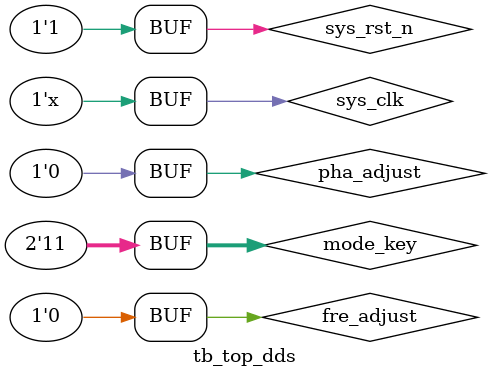
<source format=v>
`timescale 1ns/1ns
module tb_top_dds();

reg			sys_clk		;
reg			sys_rst_n   ;
reg  		fre_adjust  ;
reg  		pha_adjust  ;
reg [1:0]	mode_key	;

wire set_Done			;
wire cs				    ;
wire series_dac_out     ;
wire dac_clk			;
wire dac_work_status    ;
	
initial 
	begin 
		sys_clk<=1'b1;
		sys_rst_n<=1'b0;
		mode_key<=2'b00;
		fre_adjust<=1'b0;
		pha_adjust<=1'b0;
		#200
		sys_rst_n<=1'b1;		
	//频率步进测试	
		mode_key<=2'b11;	
		//fre_adjust<=1'b1;
		//pha_adjust<=1'b1;
		// fre_adjust<=1'b0;
		//pha_adjust<=1'b0;
		#2000000;
		//// fre_adjust<=1'b1;
		//pha_adjust<=1'b1;
		//#10
		//// fre_adjust<=1'b0;
		//pha_adjust<=1'b0;
		//#2000000;
		//// fre_adjust<=1'b1;
		//pha_adjust<=1'b1;
		//#10
		//// fre_adjust<=1'b0;
		//pha_adjust<=1'b0;
		//#2000000;
		//// fre_adjust<=1'b1;
		//pha_adjust<=1'b1;
		//#10
		//// fre_adjust<=1'b0;
		//pha_adjust<=1'b0;
		//#2000000;
		//// fre_adjust<=1'b1;
		//pha_adjust<=1'b1;
		//#10
		//// fre_adjust<=1'b0;
		//pha_adjust<=1'b0;
		//#2000000;
		//// fre_adjust<=1'b1;
		//pha_adjust<=1'b1;
		//#10
		//// fre_adjust<=1'b0;
		//pha_adjust<=1'b0;
		//#2000000;
		//// fre_adjust<=1'b1;
		//pha_adjust<=1'b1;
		//#10
		//// fre_adjust<=1'b0;
		//pha_adjust<=1'b0;
		//#2000000;
		//// fre_adjust<=1'b1;
		//pha_adjust<=1'b1;
		//#10
		//// fre_adjust<=1'b1;
		//pha_adjust<=1'b1;
		//#2000000;
		//// fre_adjust<=1'b1;
		//pha_adjust<=1'b1;
		//#10
		//// fre_adjust<=1'b1;
		//pha_adjust<=1'b1;
		//#2000000;
		//// fre_adjust<=1'b1;
		//pha_adjust<=1'b1;
		//#10
		//// fre_adjust<=1'b1;
		//pha_adjust<=1'b1;	
		mode_key<=2'b10;
		#2000000;
		mode_key<=2'b01;
		#2000000;
		mode_key<=2'b00;
		#2000000;
		mode_key<=2'b11;
	end

always #1 sys_clk= ~sys_clk;	
top_dds top_dds_inst
(   
	.	sys_clk				(	sys_clk		),
	.	sys_rst_n			(	sys_rst_n	),	
	.  fre_adjust			(  fre_adjust	),
	.  pha_adjust			(  pha_adjust	),
	.  mode_key  			( mode_key  )	 ,  
	 
								
	. cs					( cs			),	//片选
	. series_dac_out		( series_dac_out),	//串行数据送给ADC芯片	
	. dac_clk				( dac_clk		),//工作时钟Ssys_clk	
	. dac_work_status		( dac_work_status)//工作状态	

);


endmodule 


</source>
